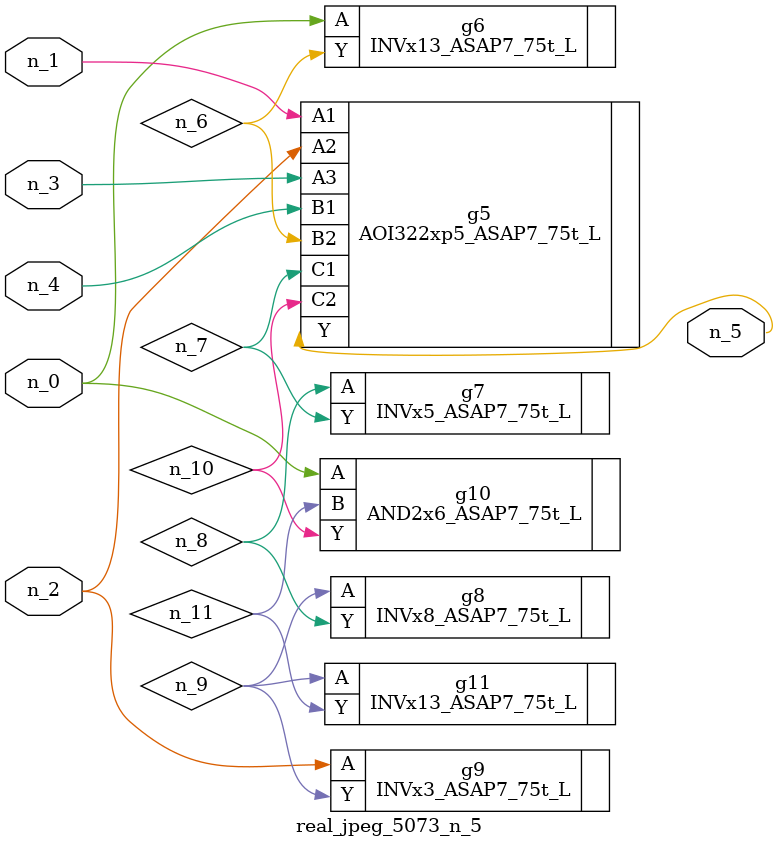
<source format=v>
module real_jpeg_5073_n_5 (n_4, n_0, n_1, n_2, n_3, n_5);

input n_4;
input n_0;
input n_1;
input n_2;
input n_3;

output n_5;

wire n_8;
wire n_11;
wire n_6;
wire n_7;
wire n_10;
wire n_9;

INVx13_ASAP7_75t_L g6 ( 
.A(n_0),
.Y(n_6)
);

AND2x6_ASAP7_75t_L g10 ( 
.A(n_0),
.B(n_11),
.Y(n_10)
);

AOI322xp5_ASAP7_75t_L g5 ( 
.A1(n_1),
.A2(n_2),
.A3(n_3),
.B1(n_4),
.B2(n_6),
.C1(n_7),
.C2(n_10),
.Y(n_5)
);

INVx3_ASAP7_75t_L g9 ( 
.A(n_2),
.Y(n_9)
);

INVx5_ASAP7_75t_L g7 ( 
.A(n_8),
.Y(n_7)
);

INVx8_ASAP7_75t_L g8 ( 
.A(n_9),
.Y(n_8)
);

INVx13_ASAP7_75t_L g11 ( 
.A(n_9),
.Y(n_11)
);


endmodule
</source>
